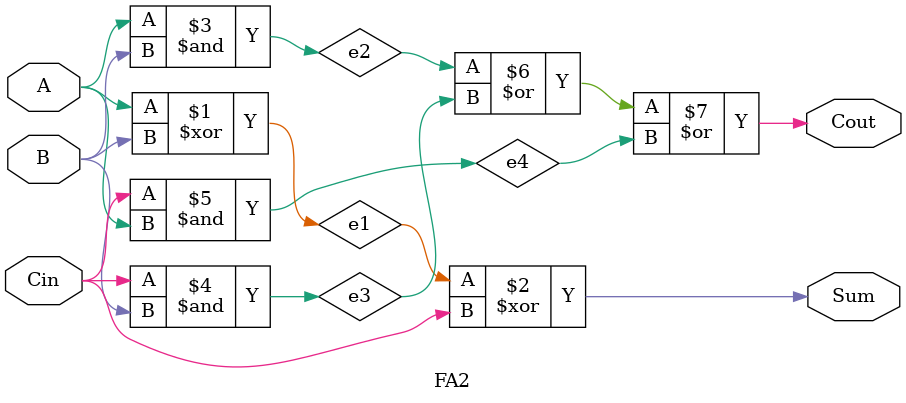
<source format=v>
`timescale 1ns / 1ps
module FA2(
    input A, 
	 input B,
    input Cin,
    output Sum,
    output Cout
	 );
	 
    wire e1,e2,e3,e4;
	 //sum
	 xor x1(e1,A,B);
    xor x2(Sum,e1,Cin);
	 // carry out
    and g1(e2,A,B);
    and g2(e3,Cin,B);
    and g3(e4,Cin,A);
    or  g4(Cout,e2,e3,e4);  
	 
endmodule

</source>
